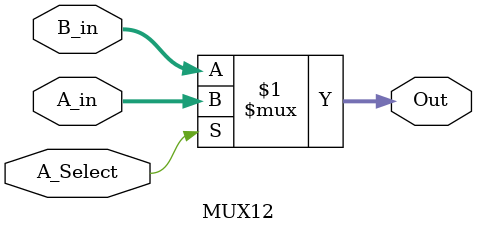
<source format=v>
/****************************************************************************************
 MODULE:		Sub Level Multiplexer Block

 FILE NAME:	mux12.v
 VERSION:	1.0
 DATE:		September 28th, 2001
 AUTHOR:		Hossein Amidi
 COMPANY:	California Unique Electrical Co.
 CODE TYPE:	Register Transfer Level

 Instantiations:
 
 DESCRIPTION:
 Sub Level RTL Multiplexer block

 Hossein Amidi
 (C) September 2001
 California Unique Electric

***************************************************************************************/
 
`timescale 1ns / 1ps

module MUX12 (	// Input
					A_in,
					B_in,
					A_Select,
					// Output
					Out
					);


// Parameter
parameter AddrWidth = 24;


// Input
input [AddrWidth - 1 : 0] A_in;
input [AddrWidth - 1 : 0] B_in;
input A_Select;

// Output
output [AddrWidth - 1 : 0] Out;


//Dataflow description of MUX12
assign Out = A_Select ? A_in : B_in;

endmodule

</source>
